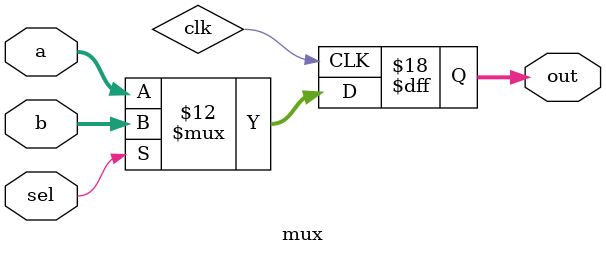
<source format=v>
module mux( 
input [4:0] a, b,
input sel,
output [4:0] out );
// When sel=0, assign a to out. 
// When sel=1, assign b to out.

wire [4:0] a_mux, b_mux;

always @(posedge clk)
begin
    a_mux = a;
    b_mux = b;
    if (sel == 0)
        out = a_mux;
    else
        out = b_mux;
end

wire [4:0] a_in, b_in;

always @(posedge clk)
begin
    a_in = a;
    b_in = b;
    if (sel == 0)
        a_mux = a_in;
    else
        b_mux = b_in;
end

assign a_mux = a_in;
assign b_mux = b_in;

endmodule

</source>
